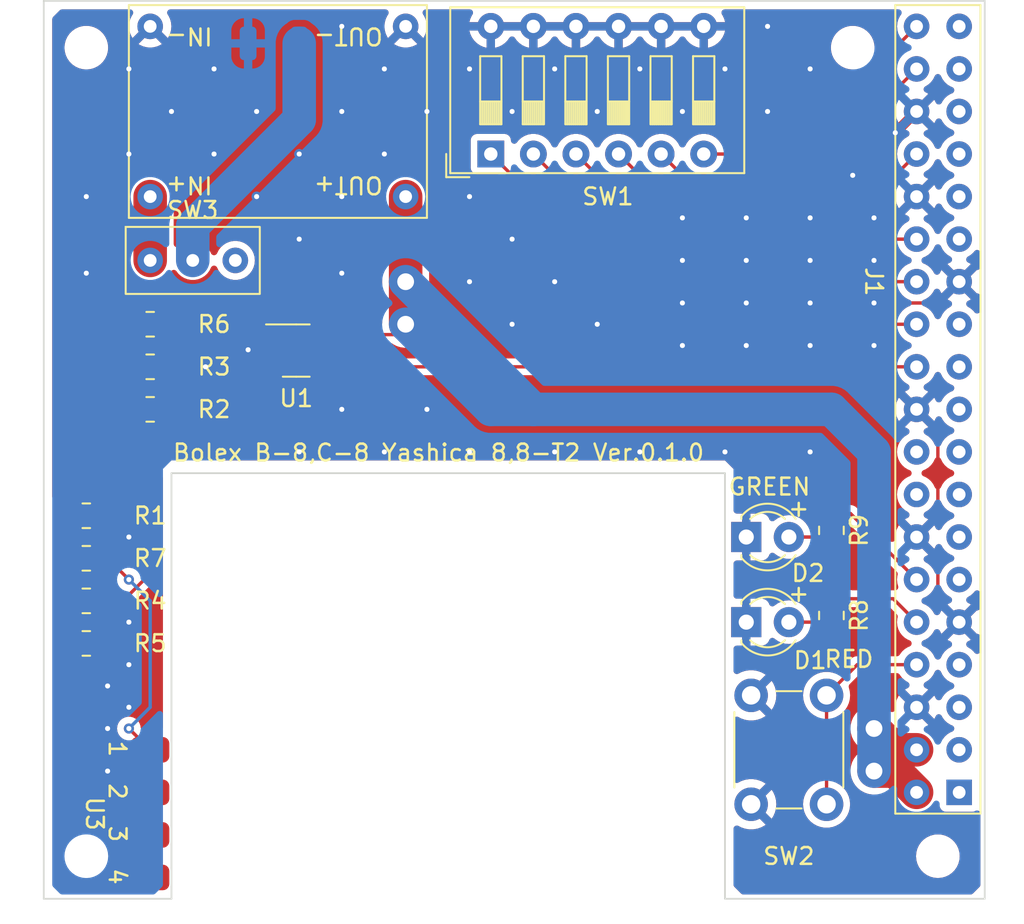
<source format=kicad_pcb>
(kicad_pcb (version 20221018) (generator pcbnew)
  (layers (0 "F.Cu" signal) (31 "B.Cu" signal) (34 "B.Paste" user) (35 "F.Paste" user) (36 "B.SilkS" user "B.Silkscreen") (37 "F.SilkS" user "F.Silkscreen") (38 "B.Mask" user) (39 "F.Mask" user) (44 "Edge.Cuts" user))
  (net 0 "")
  (net 1 "GND")
  (net 2 "Net-(D1-A)")
  (net 3 "Net-(D2-A)")
  (net 5 "+5V")
  (net 15 "Net-(J1-GPIO25)")
  (net 17 "Net-(J1-~{CE0}{slash}GPIO8)")
  (net 18 "Net-(J1-~{CE1}{slash}GPIO7)")
  (net 20 "Net-(J1-ID_SC{slash}GPIO1)")
  (net 23 "Net-(J1-PWM0{slash}GPIO12)")
  (net 26 "Net-(J1-GPIO16)")
  (net 28 "Net-(J1-GPIO20{slash}MOSI1)")
  (net 29 "Net-(U1-+)")
  (net 30 "Net-(R4-Pad1)")
  (net 31 "Net-(U1--)")
  (net 32 "Net-(U3-A)")
  (net 33 "+9V")
  (net 34 "Net-(J1-GPIO14{slash}TXD)")
  (net 35 "Net-(J1-GPIO15{slash}RXD)")
  (net 36 "Net-(J1-GPIO18{slash}PWM0)")
  (net 39 "Net-(U2-IN+)")
  (footprint "Crockwork_Cinecamera:slide_switch" (layer "F.Cu") (at 110.49 90.17)
    (fp_text reference "SW3" (at 0 -3 unlocked) (layer "F.SilkS"))
    (fp_text value "SS-012D0")
    (fp_rect (start -4 -2) (end 4 2) (stroke (width 0.12)) (fill none) (layer "F.SilkS"))
    (pad "1" thru_hole circle (at -2.54 0) (size 1.524 1.524) (drill 0.762) (layers "*.Cu" "*.Mask") (net 39 "Net-(U2-IN+)"))
    (pad "2" thru_hole circle (at 0 0) (size 1.524 1.524) (drill 0.762) (layers "*.Cu" "*.Mask") (net 33 "+9V"))
    (pad "3" thru_hole circle (at 2.54 0) (size 1.524 1.524) (drill 0.762) (layers "*.Cu" "*.Mask"))
  )
  (footprint "LED_THT:LED_D3.0mm" (layer "F.Cu") (at 143.51 106.68)
    (fp_text reference "D2" (at 3.683 2.159) (layer "F.SilkS"))
    (fp_text value "LED GREEN" hide)
    (fp_line (start -0.29 -1.236) (end -0.29 -1.08) (stroke (width 0.12)) (layer "F.SilkS"))
    (fp_line (start -0.29 1.08) (end -0.29 1.236) (stroke (width 0.12)) (layer "F.SilkS"))
    (fp_arc (start -0.29 -1.235516) (mid 1.366487 -1.987659) (end 2.942335 -1.078608) (stroke (width 0.12)) (layer "F.SilkS"))
    (fp_arc (start 0.229039 -1.08) (mid 1.270117 -1.5) (end 2.31113 -1.079837) (stroke (width 0.12)) (layer "F.SilkS"))
    (fp_arc (start 2.31113 1.079837) (mid 1.270117 1.5) (end 0.229039 1.08) (stroke (width 0.12)) (layer "F.SilkS"))
    (fp_arc (start 2.942335 1.078608) (mid 1.366487 1.987659) (end -0.29 1.235516) (stroke (width 0.12)) (layer "F.SilkS"))
    (pad "1" thru_hole rect (at 0 0) (size 1.8 1.8) (drill 0.9) (layers "*.Cu" "*.Mask") (net 1 "GND"))
    (pad "2" thru_hole circle (at 2.54 0) (size 1.8 1.8) (drill 0.9) (layers "*.Cu" "*.Mask") (net 3 "Net-(D2-A)"))
  )
  (footprint "Button_Switch_THT:SW_PUSH_6mm" (layer "F.Cu") (at 143.8 122.63 90)
    (fp_text reference "SW2" (at -3.1 2.25 180) (layer "F.SilkS"))
    (fp_text value "SW_shutdown")
    (fp_line (start -0.25 1.5) (end -0.25 3) (stroke (width 0.12)) (layer "F.SilkS"))
    (fp_line (start 1 5.5) (end 5.5 5.5) (stroke (width 0.12)) (layer "F.SilkS"))
    (fp_line (start 5.5 -1) (end 1 -1) (stroke (width 0.12)) (layer "F.SilkS"))
    (fp_line (start 6.75 3) (end 6.75 1.5) (stroke (width 0.12)) (layer "F.SilkS"))
    (pad "1" thru_hole circle (at 0 0 180) (size 2 2) (drill 1.1) (layers "*.Cu" "*.Mask") (net 1 "GND"))
    (pad "1" thru_hole circle (at 6.5 0 180) (size 2 2) (drill 1.1) (layers "*.Cu" "*.Mask") (net 1 "GND"))
    (pad "2" thru_hole circle (at 0 4.5 180) (size 2 2) (drill 1.1) (layers "*.Cu" "*.Mask") (net 34 "Net-(J1-GPIO14{slash}TXD)"))
    (pad "2" thru_hole circle (at 6.5 4.5 180) (size 2 2) (drill 1.1) (layers "*.Cu" "*.Mask") (net 34 "Net-(J1-GPIO14{slash}TXD)"))
  )
  (footprint "Resistor_SMD:R_0805_2012Metric_Pad1.20x1.40mm_HandSolder" (layer "F.Cu") (at 104.14 113.03)
    (fp_text reference "R5" (at 3.81 0) (layer "F.SilkS"))
    (fp_text value "2k")
    (fp_line (start -0.227064 -0.735) (end 0.227064 -0.735) (stroke (width 0.12)) (layer "F.SilkS"))
    (fp_line (start -0.227064 0.735) (end 0.227064 0.735) (stroke (width 0.12)) (layer "F.SilkS"))
    (pad "1" smd roundrect (at -1 0) (size 1.2 1.4) (layers "F.Cu" "F.Paste" "F.Mask") (roundrect_rratio 0.2083333333) (net 30 "Net-(R4-Pad1)"))
    (pad "2" smd roundrect (at 1 0) (size 1.2 1.4) (layers "F.Cu" "F.Paste" "F.Mask") (roundrect_rratio 0.2083333333) (net 1 "GND"))
  )
  (footprint "Resistor_SMD:R_0805_2012Metric_Pad1.20x1.40mm_HandSolder" (layer "F.Cu") (at 104.14 107.95)
    (fp_text reference "R7" (at 3.81 0) (layer "F.SilkS"))
    (fp_text value "220")
    (fp_line (start -0.227064 -0.735) (end 0.227064 -0.735) (stroke (width 0.12)) (layer "F.SilkS"))
    (fp_line (start -0.227064 0.735) (end 0.227064 0.735) (stroke (width 0.12)) (layer "F.SilkS"))
    (pad "1" smd roundrect (at -1 0) (size 1.2 1.4) (layers "F.Cu" "F.Paste" "F.Mask") (roundrect_rratio 0.2083333333) (net 5 "+5V"))
    (pad "2" smd roundrect (at 1 0) (size 1.2 1.4) (layers "F.Cu" "F.Paste" "F.Mask") (roundrect_rratio 0.2083333333) (net 32 "Net-(U3-A)"))
  )
  (footprint "Package_TO_SOT_SMD:SOT-23-5" (layer "F.Cu") (at 116.6625 95.55)
    (fp_text reference "U1" (at 0 2.855) (layer "F.SilkS"))
    (fp_text value "LM397")
    (fp_line (start 0 -1.56) (end -1.8 -1.56) (stroke (width 0.12)) (layer "F.SilkS"))
    (fp_line (start 0 -1.56) (end 0.8 -1.56) (stroke (width 0.12)) (layer "F.SilkS"))
    (fp_line (start 0 1.56) (end -0.8 1.56) (stroke (width 0.12)) (layer "F.SilkS"))
    (fp_line (start 0 1.56) (end 0.8 1.56) (stroke (width 0.12)) (layer "F.SilkS"))
    (pad "1" smd roundrect (at -1.1375 -0.95) (size 1.325 0.6) (layers "F.Cu" "F.Paste" "F.Mask") (net 31 "Net-(U1--)"))
    (pad "2" smd roundrect (at -1.1375 0) (size 1.325 0.6) (layers "F.Cu" "F.Paste" "F.Mask") (net 1 "GND"))
    (pad "3" smd roundrect (at -1.1375 0.95) (size 1.325 0.6) (layers "F.Cu" "F.Paste" "F.Mask") (net 29 "Net-(U1-+)"))
    (pad "4" smd roundrect (at 1.1375 0.95) (size 1.325 0.6) (layers "F.Cu" "F.Paste" "F.Mask") (net 15 "Net-(J1-GPIO25)"))
    (pad "5" smd roundrect (at 1.1375 -0.95) (size 1.325 0.6) (layers "F.Cu" "F.Paste" "F.Mask") (net 5 "+5V"))
  )
  (footprint "MountingHole:MountingHole_2.1mm" (layer "F.Cu") (at 154.94 125.73)
    (fp_text reference "H3" hide)
    (fp_text value "MountingHole")
    (pad "" np_thru_hole circle (at 0 0) (size 2.1 2.1) (drill 2.1) (layers "*.Cu" "*.Mask"))
  )
  (footprint "Crockwork_Cinecamera:raspberry Pi socket 2x19" (layer "F.Cu") (at 156.21 121.92 180)
    (fp_text reference "J1" (at 5.08 30.48 270 unlocked) (layer "F.SilkS"))
    (fp_text value "Raspberry_Pi_zero2W")
    (fp_line (start -1.27 -1.27) (end -1.27 46.99) (stroke (width 0.12)) (layer "F.SilkS"))
    (fp_line (start 3.81 -1.27) (end -1.27 -1.27) (stroke (width 0.12)) (layer "F.SilkS"))
    (fp_line (start 3.81 -1.27) (end 3.81 46.99) (stroke (width 0.12)) (layer "F.SilkS"))
    (fp_line (start 3.81 46.99) (end -1.27 46.99) (stroke (width 0.12)) (layer "F.SilkS"))
    (pad "1" thru_hole rect (at 0 0 180) (size 1.524 1.524) (drill 0.762) (layers "*.Cu" "*.Mask"))
    (pad "2" thru_hole circle (at 2.54 0 180) (size 1.524 1.524) (drill 0.762) (layers "*.Cu" "*.Mask") (net 5 "+5V"))
    (pad "3" thru_hole circle (at 0 2.54 180) (size 1.524 1.524) (drill 0.762) (layers "*.Cu" "*.Mask"))
    (pad "4" thru_hole circle (at 2.54 2.54 180) (size 1.524 1.524) (drill 0.762) (layers "*.Cu" "*.Mask") (net 5 "+5V"))
    (pad "5" thru_hole circle (at 0 5.08 180) (size 1.524 1.524) (drill 0.762) (layers "*.Cu" "*.Mask"))
    (pad "6" thru_hole circle (at 2.54 5.08 180) (size 1.524 1.524) (drill 0.762) (layers "*.Cu" "*.Mask") (net 1 "GND"))
    (pad "7" thru_hole circle (at 0 7.62 180) (size 1.524 1.524) (drill 0.762) (layers "*.Cu" "*.Mask"))
    (pad "8" thru_hole circle (at 2.54 7.62 180) (size 1.524 1.524) (drill 0.762) (layers "*.Cu" "*.Mask") (net 34 "Net-(J1-GPIO14{slash}TXD)"))
    (pad "9" thru_hole circle (at 0 10.16 180) (size 1.524 1.524) (drill 0.762) (layers "*.Cu" "*.Mask") (net 1 "GND"))
    (pad "10" thru_hole circle (at 2.54 10.16 180) (size 1.524 1.524) (drill 0.762) (layers "*.Cu" "*.Mask") (net 35 "Net-(J1-GPIO15{slash}RXD)"))
    (pad "11" thru_hole circle (at 0 12.7 180) (size 1.524 1.524) (drill 0.762) (layers "*.Cu" "*.Mask"))
    (pad "12" thru_hole circle (at 2.54 12.7 180) (size 1.524 1.524) (drill 0.762) (layers "*.Cu" "*.Mask") (net 36 "Net-(J1-GPIO18{slash}PWM0)"))
    (pad "13" thru_hole circle (at 0 15.24 180) (size 1.524 1.524) (drill 0.762) (layers "*.Cu" "*.Mask"))
    (pad "14" thru_hole circle (at 2.54 15.24 180) (size 1.524 1.524) (drill 0.762) (layers "*.Cu" "*.Mask") (net 1 "GND"))
    (pad "15" thru_hole circle (at 0 17.78 180) (size 1.524 1.524) (drill 0.762) (layers "*.Cu" "*.Mask"))
    (pad "16" thru_hole circle (at 2.54 17.78 180) (size 1.524 1.524) (drill 0.762) (layers "*.Cu" "*.Mask"))
    (pad "17" thru_hole circle (at 0 20.32 180) (size 1.524 1.524) (drill 0.762) (layers "*.Cu" "*.Mask"))
    (pad "18" thru_hole circle (at 2.54 20.32 180) (size 1.524 1.524) (drill 0.762) (layers "*.Cu" "*.Mask"))
    (pad "19" thru_hole circle (at 0 22.86 180) (size 1.524 1.524) (drill 0.762) (layers "*.Cu" "*.Mask"))
    (pad "20" thru_hole circle (at 2.54 22.86 180) (size 1.524 1.524) (drill 0.762) (layers "*.Cu" "*.Mask") (net 1 "GND"))
    (pad "21" thru_hole circle (at 0 25.4 180) (size 1.524 1.524) (drill 0.762) (layers "*.Cu" "*.Mask"))
    (pad "22" thru_hole circle (at 2.54 25.4 180) (size 1.524 1.524) (drill 0.762) (layers "*.Cu" "*.Mask") (net 15 "Net-(J1-GPIO25)"))
    (pad "23" thru_hole circle (at 0 27.94 180) (size 1.524 1.524) (drill 0.762) (layers "*.Cu" "*.Mask"))
    (pad "24" thru_hole circle (at 2.54 27.94 180) (size 1.524 1.524) (drill 0.762) (layers "*.Cu" "*.Mask") (net 17 "Net-(J1-~{CE0}{slash}GPIO8)"))
    (pad "25" thru_hole circle (at 0 30.48 180) (size 1.524 1.524) (drill 0.762) (layers "*.Cu" "*.Mask") (net 1 "GND"))
    (pad "26" thru_hole circle (at 2.54 30.48 180) (size 1.524 1.524) (drill 0.762) (layers "*.Cu" "*.Mask") (net 18 "Net-(J1-~{CE1}{slash}GPIO7)"))
    (pad "27" thru_hole circle (at 0 33.02 180) (size 1.524 1.524) (drill 0.762) (layers "*.Cu" "*.Mask"))
    (pad "28" thru_hole circle (at 2.54 33.02 180) (size 1.524 1.524) (drill 0.762) (layers "*.Cu" "*.Mask") (net 20 "Net-(J1-ID_SC{slash}GPIO1)"))
    (pad "29" thru_hole circle (at 0 35.56 180) (size 1.524 1.524) (drill 0.762) (layers "*.Cu" "*.Mask"))
    (pad "30" thru_hole circle (at 2.54 35.56 180) (size 1.524 1.524) (drill 0.762) (layers "*.Cu" "*.Mask") (net 1 "GND"))
    (pad "31" thru_hole circle (at 0 38.1 180) (size 1.524 1.524) (drill 0.762) (layers "*.Cu" "*.Mask"))
    (pad "32" thru_hole circle (at 2.54 38.1 180) (size 1.524 1.524) (drill 0.762) (layers "*.Cu" "*.Mask") (net 23 "Net-(J1-PWM0{slash}GPIO12)"))
    (pad "33" thru_hole circle (at 0 40.64 180) (size 1.524 1.524) (drill 0.762) (layers "*.Cu" "*.Mask"))
    (pad "34" thru_hole circle (at 2.54 40.64 180) (size 1.524 1.524) (drill 0.762) (layers "*.Cu" "*.Mask") (net 1 "GND"))
    (pad "35" thru_hole circle (at 0 43.18 180) (size 1.524 1.524) (drill 0.762) (layers "*.Cu" "*.Mask"))
    (pad "36" thru_hole circle (at 2.54 43.18 180) (size 1.524 1.524) (drill 0.762) (layers "*.Cu" "*.Mask") (net 26 "Net-(J1-GPIO16)"))
    (pad "37" thru_hole circle (at 0 45.72 180) (size 1.524 1.524) (drill 0.762) (layers "*.Cu" "*.Mask"))
    (pad "38" thru_hole circle (at 2.54 45.72 180) (size 1.524 1.524) (drill 0.762) (layers "*.Cu" "*.Mask") (net 28 "Net-(J1-GPIO20{slash}MOSI1)"))
  )
  (footprint "MountingHole:MountingHole_2.1mm" (layer "F.Cu") (at 149.86 77.47)
    (fp_text reference "H4" hide)
    (fp_text value "MountingHole")
    (pad "" np_thru_hole circle (at 0 0) (size 2.1 2.1) (drill 2.1) (layers "*.Cu" "*.Mask"))
  )
  (footprint "Resistor_SMD:R_0805_2012Metric_Pad1.20x1.40mm_HandSolder" (layer "F.Cu") (at 107.95 99.06)
    (fp_text reference "R2" (at 3.81 0) (layer "F.SilkS"))
    (fp_text value "1k")
    (fp_line (start -0.227064 -0.735) (end 0.227064 -0.735) (stroke (width 0.12)) (layer "F.SilkS"))
    (fp_line (start -0.227064 0.735) (end 0.227064 0.735) (stroke (width 0.12)) (layer "F.SilkS"))
    (pad "1" smd roundrect (at -1 0) (size 1.2 1.4) (layers "F.Cu" "F.Paste" "F.Mask") (roundrect_rratio 0.2083333333) (net 29 "Net-(U1-+)"))
    (pad "2" smd roundrect (at 1 0) (size 1.2 1.4) (layers "F.Cu" "F.Paste" "F.Mask") (roundrect_rratio 0.2083333333) (net 1 "GND"))
  )
  (footprint "Crockwork_Cinecamera:MP2307 DC-DC Board" (layer "F.Cu") (at 107.95 86.36 90)
    (fp_text reference "U2" hide)
    (fp_text value "~")
    (fp_text user "OUT+" (at 1.27 13.97 180 unlocked) (layer "F.SilkS") (effects (justify left bottom)))
    (fp_text user "IN-" (at 10.16 3.81 180 unlocked) (layer "F.SilkS") (effects (justify left bottom)))
    (fp_text user "IN+" (at 1.27 3.81 180 unlocked) (layer "F.SilkS") (effects (justify left bottom)))
    (fp_text user "OUT-" (at 10.16 13.97 180 unlocked) (layer "F.SilkS") (effects (justify left bottom)))
    (fp_line (start -1.27 -1.27) (end 11.43 -1.27) (stroke (width 0.12)) (layer "F.SilkS"))
    (fp_line (start -1.27 16.51) (end -1.27 -1.27) (stroke (width 0.12)) (layer "F.SilkS"))
    (fp_line (start 11.43 -1.27) (end 11.43 16.51) (stroke (width 0.12)) (layer "F.SilkS"))
    (fp_line (start 11.43 16.51) (end -1.27 16.51) (stroke (width 0.12)) (layer "F.SilkS"))
    (pad "1" thru_hole circle (at 0 0 90) (size 1.524 1.524) (drill 0.762) (layers "*.Cu" "*.Mask") (net 39 "Net-(U2-IN+)"))
    (pad "2" thru_hole circle (at 10.16 0 90) (size 1.524 1.524) (drill 0.762) (layers "*.Cu" "*.Mask") (net 1 "GND"))
    (pad "3" thru_hole circle (at 0 15.24 90) (size 1.524 1.524) (drill 0.762) (layers "*.Cu" "*.Mask") (net 5 "+5V"))
    (pad "4" thru_hole circle (at 10.16 15.24 90) (size 1.524 1.524) (drill 0.762) (layers "*.Cu" "*.Mask") (net 1 "GND"))
  )
  (footprint "LED_THT:LED_D3.0mm" (layer "F.Cu") (at 143.51 111.76)
    (fp_text reference "D1" (at 3.81 2.286) (layer "F.SilkS"))
    (fp_text value "LED RED" hide)
    (fp_line (start -0.29 -1.236) (end -0.29 -1.08) (stroke (width 0.12)) (layer "F.SilkS"))
    (fp_line (start -0.29 1.08) (end -0.29 1.236) (stroke (width 0.12)) (layer "F.SilkS"))
    (fp_arc (start -0.29 -1.235516) (mid 1.366487 -1.987659) (end 2.942335 -1.078608) (stroke (width 0.12)) (layer "F.SilkS"))
    (fp_arc (start 0.229039 -1.08) (mid 1.270117 -1.5) (end 2.31113 -1.079837) (stroke (width 0.12)) (layer "F.SilkS"))
    (fp_arc (start 2.31113 1.079837) (mid 1.270117 1.5) (end 0.229039 1.08) (stroke (width 0.12)) (layer "F.SilkS"))
    (fp_arc (start 2.942335 1.078608) (mid 1.366487 1.987659) (end -0.29 1.235516) (stroke (width 0.12)) (layer "F.SilkS"))
    (pad "1" thru_hole rect (at 0 0) (size 1.8 1.8) (drill 0.9) (layers "*.Cu" "*.Mask") (net 1 "GND"))
    (pad "2" thru_hole circle (at 2.54 0) (size 1.8 1.8) (drill 0.9) (layers "*.Cu" "*.Mask") (net 2 "Net-(D1-A)"))
  )
  (footprint "Resistor_SMD:R_0805_2012Metric_Pad1.20x1.40mm_HandSolder" (layer "F.Cu") (at 104.14 105.41)
    (fp_text reference "R1" (at 3.81 0) (layer "F.SilkS"))
    (fp_text value "36k")
    (fp_line (start -0.227064 -0.735) (end 0.227064 -0.735) (stroke (width 0.12)) (layer "F.SilkS"))
    (fp_line (start -0.227064 0.735) (end 0.227064 0.735) (stroke (width 0.12)) (layer "F.SilkS"))
    (pad "1" smd roundrect (at -1 0) (size 1.2 1.4) (layers "F.Cu" "F.Paste" "F.Mask") (roundrect_rratio 0.2083333333) (net 5 "+5V"))
    (pad "2" smd roundrect (at 1 0) (size 1.2 1.4) (layers "F.Cu" "F.Paste" "F.Mask") (roundrect_rratio 0.2083333333) (net 29 "Net-(U1-+)"))
  )
  (footprint "Resistor_SMD:R_0805_2012Metric_Pad1.20x1.40mm_HandSolder" (layer "F.Cu") (at 148.59 111.363 -90)
    (fp_text reference "R8" (at 0 -1.65 90) (layer "F.SilkS"))
    (fp_text value "1k")
    (fp_line (start -0.227064 -0.735) (end 0.227064 -0.735) (stroke (width 0.12)) (layer "F.SilkS"))
    (fp_line (start -0.227064 0.735) (end 0.227064 0.735) (stroke (width 0.12)) (layer "F.SilkS"))
    (pad "1" smd roundrect (at -1 0 270) (size 1.2 1.4) (layers "F.Cu" "F.Paste" "F.Mask") (roundrect_rratio 0.2083333333) (net 35 "Net-(J1-GPIO15{slash}RXD)"))
    (pad "2" smd roundrect (at 1 0 270) (size 1.2 1.4) (layers "F.Cu" "F.Paste" "F.Mask") (roundrect_rratio 0.2083333333) (net 2 "Net-(D1-A)"))
  )
  (footprint "Button_Switch_THT:SW_DIP_SPSTx06_Slide_9.78x17.42mm_W7.62mm_P2.54mm" (layer "F.Cu") (at 128.27 83.82 90)
    (fp_text reference "SW1" (at -2.54 6.985 180) (layer "F.SilkS"))
    (fp_text value "SW_DIP_x06")
    (fp_line (start -1.38 -2.66) (end -1.38 -1.277) (stroke (width 0.12)) (layer "F.SilkS"))
    (fp_line (start -1.38 -2.66) (end 0.004 -2.66) (stroke (width 0.12)) (layer "F.SilkS"))
    (fp_line (start -1.14 -2.42) (end -1.14 15.12) (stroke (width 0.12)) (layer "F.SilkS"))
    (fp_line (start -1.14 -2.42) (end 8.76 -2.42) (stroke (width 0.12)) (layer "F.SilkS"))
    (fp_line (start -1.14 15.12) (end 8.76 15.12) (stroke (width 0.12)) (layer "F.SilkS"))
    (fp_line (start 1.78 -0.635) (end 1.78 0.635) (stroke (width 0.12)) (layer "F.SilkS"))
    (fp_line (start 1.78 -0.515) (end 3.133333 -0.515) (stroke (width 0.12)) (layer "F.SilkS"))
    (fp_line (start 1.78 -0.395) (end 3.133333 -0.395) (stroke (width 0.12)) (layer "F.SilkS"))
    (fp_line (start 1.78 -0.275) (end 3.133333 -0.275) (stroke (width 0.12)) (layer "F.SilkS"))
    (fp_line (start 1.78 -0.155) (end 3.133333 -0.155) (stroke (width 0.12)) (layer "F.SilkS"))
    (fp_line (start 1.78 -0.035) (end 3.133333 -0.035) (stroke (width 0.12)) (layer "F.SilkS"))
    (fp_line (start 1.78 0.085) (end 3.133333 0.085) (stroke (width 0.12)) (layer "F.SilkS"))
    (fp_line (start 1.78 0.205) (end 3.133333 0.205) (stroke (width 0.12)) (layer "F.SilkS"))
    (fp_line (start 1.78 0.325) (end 3.133333 0.325) (stroke (width 0.12)) (layer "F.SilkS"))
    (fp_line (start 1.78 0.445) (end 3.133333 0.445) (stroke (width 0.12)) (layer "F.SilkS"))
    (fp_line (start 1.78 0.565) (end 3.133333 0.565) (stroke (width 0.12)) (layer "F.SilkS"))
    (fp_line (start 1.78 0.635) (end 5.84 0.635) (stroke (width 0.12)) (layer "F.SilkS"))
    (fp_line (start 1.78 1.905) (end 1.78 3.175) (stroke (width 0.12)) (layer "F.SilkS"))
    (fp_line (start 1.78 2.025) (end 3.133333 2.025) (stroke (width 0.12)) (layer "F.SilkS"))
    (fp_line (start 1.78 2.145) (end 3.133333 2.145) (stroke (width 0.12)) (layer "F.SilkS"))
    (fp_line (start 1.78 2.265) (end 3.133333 2.265) (stroke (width 0.12)) (layer "F.SilkS"))
    (fp_line (start 1.78 2.385) (end 3.133333 2.385) (stroke (width 0.12)) (layer "F.SilkS"))
    (fp_line (start 1.78 2.505) (end 3.133333 2.505) (stroke (width 0.12)) (layer "F.SilkS"))
    (fp_line (start 1.78 2.625) (end 3.133333 2.625) (stroke (width 0.12)) (layer "F.SilkS"))
    (fp_line (start 1.78 2.745) (end 3.133333 2.745) (stroke (width 0.12)) (layer "F.SilkS"))
    (fp_line (start 1.78 2.865) (end 3.133333 2.865) (stroke (width 0.12)) (layer "F.SilkS"))
    (fp_line (start 1.78 2.985) (end 3.133333 2.985) (stroke (width 0.12)) (layer "F.SilkS"))
    (fp_line (start 1.78 3.105) (end 3.133333 3.105) (stroke (width 0.12)) (layer "F.SilkS"))
    (fp_line (start 1.78 3.175) (end 5.84 3.175) (stroke (width 0.12)) (layer "F.SilkS"))
    (fp_line (start 1.78 4.445) (end 1.78 5.715) (stroke (width 0.12)) (layer "F.SilkS"))
    (fp_line (start 1.78 4.565) (end 3.133333 4.565) (stroke (width 0.12)) (layer "F.SilkS"))
    (fp_line (start 1.78 4.685) (end 3.133333 4.685) (stroke (width 0.12)) (layer "F.SilkS"))
    (fp_line (start 1.78 4.805) (end 3.133333 4.805) (stroke (width 0.12)) (layer "F.SilkS"))
    (fp_line (start 1.78 4.925) (end 3.133333 4.925) (stroke (width 0.12)) (layer "F.SilkS"))
    (fp_line (start 1.78 5.045) (end 3.133333 5.045) (stroke (width 0.12)) (layer "F.SilkS"))
    (fp_line (start 1.78 5.165) (end 3.133333 5.165) (stroke (width 0.12)) (layer "F.SilkS"))
    (fp_line (start 1.78 5.285) (end 3.133333 5.285) (stroke (width 0.12)) (layer "F.SilkS"))
    (fp_line (start 1.78 5.405) (end 3.133333 5.405) (stroke (width 0.12)) (layer "F.SilkS"))
    (fp_line (start 1.78 5.525) (end 3.133333 5.525) (stroke (width 0.12)) (layer "F.SilkS"))
    (fp_line (start 1.78 5.645) (end 3.133333 5.645) (stroke (width 0.12)) (layer "F.SilkS"))
    (fp_line (start 1.78 5.715) (end 5.84 5.715) (stroke (width 0.12)) (layer "F.SilkS"))
    (fp_line (start 1.78 6.985) (end 1.78 8.255) (stroke (width 0.12)) (layer "F.SilkS"))
    (fp_line (start 1.78 7.105) (end 3.133333 7.105) (stroke (width 0.12)) (layer "F.SilkS"))
    (fp_line (start 1.78 7.225) (end 3.133333 7.225) (stroke (width 0.12)) (layer "F.SilkS"))
    (fp_line (start 1.78 7.345) (end 3.133333 7.345) (stroke (width 0.12)) (layer "F.SilkS"))
    (fp_line (start 1.78 7.465) (end 3.133333 7.465) (stroke (width 0.12)) (layer "F.SilkS"))
    (fp_line (start 1.78 7.585) (end 3.133333 7.585) (stroke (width 0.12)) (layer "F.SilkS"))
    (fp_line (start 1.78 7.705) (end 3.133333 7.705) (stroke (width 0.12)) (layer "F.SilkS"))
    (fp_line (start 1.78 7.825) (end 3.133333 7.825) (stroke (width 0.12)) (layer "F.SilkS"))
    (fp_line (start 1.78 7.945) (end 3.133333 7.945) (stroke (width 0.12)) (layer "F.SilkS"))
    (fp_line (start 1.78 8.065) (end 3.133333 8.065) (stroke (width 0.12)) (layer "F.SilkS"))
    (fp_line (start 1.78 8.185) (end 3.133333 8.185) (stroke (width 0.12)) (layer "F.SilkS"))
    (fp_line (start 1.78 8.255) (end 5.84 8.255) (stroke (width 0.12)) (layer "F.SilkS"))
    (fp_line (start 1.78 9.525) (end 1.78 10.795) (stroke (width 0.12)) (layer "F.SilkS"))
    (fp_line (start 1.78 9.645) (end 3.133333 9.645) (stroke (width 0.12)) (layer "F.SilkS"))
    (fp_line (start 1.78 9.765) (end 3.133333 9.765) (stroke (width 0.12)) (layer "F.SilkS"))
    (fp_line (start 1.78 9.885) (end 3.133333 9.885) (stroke (width 0.12)) (layer "F.SilkS"))
    (fp_line (start 1.78 10.005) (end 3.133333 10.005) (stroke (width 0.12)) (layer "F.SilkS"))
    (fp_line (start 1.78 10.125) (end 3.133333 10.125) (stroke (width 0.12)) (layer "F.SilkS"))
    (fp_line (start 1.78 10.245) (end 3.133333 10.245) (stroke (width 0.12)) (layer "F.SilkS"))
    (fp_line (start 1.78 10.365) (end 3.133333 10.365) (stroke (width 0.12)) (layer "F.SilkS"))
    (fp_line (start 1.78 10.485) (end 3.133333 10.485) (stroke (width 0.12)) (layer "F.SilkS"))
    (fp_line (start 1.78 10.605) (end 3.133333 10.605) (stroke (width 0.12)) (layer "F.SilkS"))
    (fp_line (start 1.78 10.725) (end 3.133333 10.725) (stroke (width 0.12)) (layer "F.SilkS"))
    (fp_line (start 1.78 10.795) (end 5.84 10.795) (stroke (width 0.12)) (layer "F.SilkS"))
    (fp_line (start 1.78 12.065) (end 1.78 13.335) (stroke (width 0.12)) (layer "F.SilkS"))
    (fp_line (start 1.78 12.185) (end 3.133333 12.185) (stroke (width 0.12)) (layer "F.SilkS"))
    (fp_line (start 1.78 12.305) (end 3.133333 12.305) (stroke (width 0.12)) (layer "F.SilkS"))
    (fp_line (start 1.78 12.425) (end 3.133333 12.425) (stroke (width 0.12)) (layer "F.SilkS"))
    (fp_line (start 1.78 12.545) (end 3.133333 12.545) (stroke (width 0.12)) (layer "F.SilkS"))
    (fp_line (start 1.78 12.665) (end 3.133333 12.665) (stroke (width 0.12)) (layer "F.SilkS"))
    (fp_line (start 1.78 12.785) (end 3.133333 12.785) (stroke (width 0.12)) (layer "F.SilkS"))
    (fp_line (start 1.78 12.905) (end 3.133333 12.905) (stroke (width 0.12)) (layer "F.SilkS"))
    (fp_line (start 1.78 13.025) (end 3.133333 13.025) (stroke (width 0.12)) (layer "F.SilkS"))
    (fp_line (start 1.78 13.145) (end 3.133333 13.145) (stroke (width 0.12)) (layer "F.SilkS"))
    (fp_line (start 1.78 13.265) (end 3.133333 13.265) (stroke (width 0.12)) (layer "F.SilkS"))
    (fp_line (start 1.78 13.335) (end 5.84 13.335) (stroke (width 0.12)) (layer "F.SilkS"))
    (fp_line (start 3.133333 -0.635) (end 3.133333 0.635) (stroke (width 0.12)) (layer "F.SilkS"))
    (fp_line (start 3.133333 1.905) (end 3.133333 3.175) (stroke (width 0.12)) (layer "F.SilkS"))
    (fp_line (start 3.133333 4.445) (end 3.133333 5.715) (stroke (width 0.12)) (layer "F.SilkS"))
    (fp_line (start 3.133333 6.985) (end 3.133333 8.255) (stroke (width 0.12)) (layer "F.SilkS"))
    (fp_line (start 3.133333 9.525) (end 3.133333 10.795) (stroke (width 0.12)) (layer "F.SilkS"))
    (fp_line (start 3.133333 12.065) (end 3.133333 13.335) (stroke (width 0.12)) (layer "F.SilkS"))
    (fp_line (start 5.84 -0.635) (end 1.78 -0.635) (stroke (width 0.12)) (layer "F.SilkS"))
    (fp_line (start 5.84 0.635) (end 5.84 -0.635) (stroke (width 0.12)) (layer "F.SilkS"))
    (fp_line (start 5.84 1.905) (end 1.78 1.905) (stroke (width 0.12)) (layer "F.SilkS"))
    (fp_line (start 5.84 3.175) (end 5.84 1.905) (stroke (width 0.12)) (layer "F.SilkS"))
    (fp_line (start 5.84 4.445) (end 1.78 4.445) (stroke (width 0.12)) (layer "F.SilkS"))
    (fp_line (start 5.84 5.715) (end 5.84 4.445) (stroke (width 0.12)) (layer "F.SilkS"))
    (fp_line (start 5.84 6.985) (end 1.78 6.985) (stroke (width 0.12)) (layer "F.SilkS"))
    (fp_line (start 5.84 8.255) (end 5.84 6.985) (stroke (width 0.12)) (layer "F.SilkS"))
    (fp_line (start 5.84 9.525) (end 1.78 9.525) (stroke (width 0.12)) (layer "F.SilkS"))
    (fp_line (start 5.84 10.795) (end 5.84 9.525) (stroke (width 0.12)) (layer "F.SilkS"))
    (fp_line (start 5.84 12.065) (end 1.78 12.065) (stroke (width 0.12)) (layer "F.SilkS"))
    (fp_line (start 5.84 13.335) (end 5.84 12.065) (stroke (width 0.12)) (layer "F.SilkS"))
    (fp_line (start 8.76 -2.42) (end 8.76 15.12) (stroke (width 0.12)) (layer "F.SilkS"))
    (pad "1" thru_hole rect (at 0 0 90) (size 1.6 1.6) (drill 0.8) (layers "*.Cu" "*.Mask") (net 17 "Net-(J1-~{CE0}{slash}GPIO8)"))
    (pad "2" thru_hole oval (at 0 2.54 90) (size 1.6 1.6) (drill 0.8) (layers "*.Cu" "*.Mask") (net 18 "Net-(J1-~{CE1}{slash}GPIO7)"))
    (pad "3" thru_hole oval (at 0 5.08 90) (size 1.6 1.6) (drill 0.8) (layers "*.Cu" "*.Mask") (net 20 "Net-(J1-ID_SC{slash}GPIO1)"))
    (pad "4" thru_hole oval (at 0 7.62 90) (size 1.6 1.6) (drill 0.8) (layers "*.Cu" "*.Mask") (net 23 "Net-(J1-PWM0{slash}GPIO12)"))
    (pad "5" thru_hole oval (at 0 10.16 90) (size 1.6 1.6) (drill 0.8) (layers "*.Cu" "*.Mask") (net 26 "Net-(J1-GPIO16)"))
    (pad "6" thru_hole oval (at 0 12.7 90) (size 1.6 1.6) (drill 0.8) (layers "*.Cu" "*.Mask") (net 28 "Net-(J1-GPIO20{slash}MOSI1)"))
    (pad "7" thru_hole oval (at 7.62 12.7 90) (size 1.6 1.6) (drill 0.8) (layers "*.Cu" "*.Mask") (net 1 "GND"))
    (pad "8" thru_hole oval (at 7.62 10.16 90) (size 1.6 1.6) (drill 0.8) (layers "*.Cu" "*.Mask") (net 1 "GND"))
    (pad "9" thru_hole oval (at 7.62 7.62 90) (size 1.6 1.6) (drill 0.8) (layers "*.Cu" "*.Mask") (net 1 "GND"))
    (pad "10" thru_hole oval (at 7.62 5.08 90) (size 1.6 1.6) (drill 0.8) (layers "*.Cu" "*.Mask") (net 1 "GND"))
    (pad "11" thru_hole oval (at 7.62 2.54 90) (size 1.6 1.6) (drill 0.8) (layers "*.Cu" "*.Mask") (net 1 "GND"))
    (pad "12" thru_hole oval (at 7.62 0 90) (size 1.6 1.6) (drill 0.8) (layers "*.Cu" "*.Mask") (net 1 "GND"))
  )
  (footprint "Resistor_SMD:R_0805_2012Metric_Pad1.20x1.40mm_HandSolder" (layer "F.Cu") (at 104.14 110.49)
    (fp_text reference "R4" (at 3.81 0) (layer "F.SilkS"))
    (fp_text value "220")
    (fp_line (start -0.227064 -0.735) (end 0.227064 -0.735) (stroke (width 0.12)) (layer "F.SilkS"))
    (fp_line (start -0.227064 0.735) (end 0.227064 0.735) (stroke (width 0.12)) (layer "F.SilkS"))
    (pad "1" smd roundrect (at -1 0) (size 1.2 1.4) (layers "F.Cu" "F.Paste" "F.Mask") (roundrect_rratio 0.2083333333) (net 30 "Net-(R4-Pad1)"))
    (pad "2" smd roundrect (at 1 0) (size 1.2 1.4) (layers "F.Cu" "F.Paste" "F.Mask") (roundrect_rratio 0.2083333333) (net 31 "Net-(U1--)"))
  )
  (footprint "MountingHole:MountingHole_2.1mm" (layer "F.Cu") (at 104.14 77.47)
    (fp_text reference "H1" hide)
    (fp_text value "MountingHole")
    (pad "" np_thru_hole circle (at 0 0) (size 2.1 2.1) (drill 2.1) (layers "*.Cu" "*.Mask"))
  )
  (footprint "Resistor_SMD:R_0805_2012Metric_Pad1.20x1.40mm_HandSolder" (layer "F.Cu") (at 107.95 93.98)
    (fp_text reference "R6" (at 3.81 0) (layer "F.SilkS"))
    (fp_text value "2k2")
    (fp_line (start -0.227064 -0.735) (end 0.227064 -0.735) (stroke (width 0.12)) (layer "F.SilkS"))
    (fp_line (start -0.227064 0.735) (end 0.227064 0.735) (stroke (width 0.12)) (layer "F.SilkS"))
    (pad "1" smd roundrect (at -1 0) (size 1.2 1.4) (layers "F.Cu" "F.Paste" "F.Mask") (roundrect_rratio 0.2083333333) (net 5 "+5V"))
    (pad "2" smd roundrect (at 1 0) (size 1.2 1.4) (layers "F.Cu" "F.Paste" "F.Mask") (roundrect_rratio 0.2083333333) (net 15 "Net-(J1-GPIO25)"))
  )
  (footprint "Crockwork_Cinecamera:LBR-123F_2" (layer "F.Cu") (at 104.14 123.19 -90)
    (fp_text reference "U3" (at 0 -0.5 -90 unlocked) (layer "F.SilkS"))
    (fp_text value "LBR-123F_2")
    (fp_text user "1" (at -4.445 -1.27 -90 unlocked) (layer "F.SilkS") (effects (justify left bottom)))
    (fp_text user "4" (at 3.175 -1.27 -90 unlocked) (layer "F.SilkS") (effects (justify left bottom)))
    (fp_text user "3" (at 0.635 -1.27 -90 unlocked) (layer "F.SilkS") (effects (justify left bottom)))
    (fp_text user "2" (at -1.905 -1.27 -90 unlocked) (layer "F.SilkS") (effects (justify left bottom)))
    (pad "1" smd roundrect (at -3.81 -3.81) (size 2.286 1.524) (layers "F.Cu" "F.Paste" "F.Mask") (net 32 "Net-(U3-A)"))
    (pad "2" smd roundrect (at -1.27 -3.81) (size 2.286 1.524) (layers "F.Cu" "F.Paste" "F.Mask") (net 1 "GND"))
    (pad "3" smd roundrect (at 1.27 -3.81 180) (size 2.286 1.524) (layers "F.Cu" "F.Paste" "F.Mask") (net 30 "Net-(R4-Pad1)"))
    (pad "4" smd roundrect (at 3.81 -3.81) (size 2.286 1.524) (layers "F.Cu" "F.Paste" "F.Mask") (net 5 "+5V"))
  )
  (footprint "Resistor_SMD:R_0805_2012Metric_Pad1.20x1.40mm_HandSolder" (layer "F.Cu") (at 107.95 96.52)
    (fp_text reference "R3" (at 3.81 0) (layer "F.SilkS"))
    (fp_text value "12k")
    (fp_line (start -0.227064 -0.735) (end 0.227064 -0.735) (stroke (width 0.12)) (layer "F.SilkS"))
    (fp_line (start -0.227064 0.735) (end 0.227064 0.735) (stroke (width 0.12)) (layer "F.SilkS"))
    (pad "1" smd roundrect (at -1 0) (size 1.2 1.4) (layers "F.Cu" "F.Paste" "F.Mask") (roundrect_rratio 0.2083333333) (net 29 "Net-(U1-+)"))
    (pad "2" smd roundrect (at 1 0) (size 1.2 1.4) (layers "F.Cu" "F.Paste" "F.Mask") (roundrect_rratio 0.2083333333) (net 15 "Net-(J1-GPIO25)"))
  )
  (footprint "MountingHole:MountingHole_2.1mm" (layer "F.Cu") (at 104.14 125.73)
    (fp_text reference "H2" hide)
    (fp_text value "MountingHole" hide)
    (pad "" np_thru_hole circle (at 0 0) (size 2.1 2.1) (drill 2.1) (layers "*.Cu" "*.Mask"))
  )
  (footprint "Resistor_SMD:R_0805_2012Metric_Pad1.20x1.40mm_HandSolder" (layer "F.Cu") (at 148.59 106.283 -90)
    (fp_text reference "R9" (at 0 -1.65 90) (layer "F.SilkS"))
    (fp_text value "1k")
    (fp_line (start -0.227064 -0.735) (end 0.227064 -0.735) (stroke (width 0.12)) (layer "F.SilkS"))
    (fp_line (start -0.227064 0.735) (end 0.227064 0.735) (stroke (width 0.12)) (layer "F.SilkS"))
    (pad "1" smd roundrect (at -1 0 270) (size 1.2 1.4) (layers "F.Cu" "F.Paste" "F.Mask") (roundrect_rratio 0.2083333333) (net 36 "Net-(J1-GPIO18{slash}PWM0)"))
    (pad "2" smd roundrect (at 1 0 270) (size 1.2 1.4) (layers "F.Cu" "F.Paste" "F.Mask") (roundrect_rratio 0.2083333333) (net 3 "Net-(D2-A)"))
  )
  (footprint "Connector_Wire:SolderWirePad_1x01_SMD_1x2mm" (layer "B.Cu") (at 116.84 77.216 180)
    (fp_text reference "J2" hide)
    (fp_text value "9V")
    (pad "1" smd roundrect (at 0 0 180) (size 1 2) (layers "B.Cu" "B.Paste" "B.Mask") (net 33 "+9V"))
  )
  (footprint "Connector_Wire:SolderWirePad_1x01_SMD_1x2mm" (layer "B.Cu") (at 113.792 77.216 180)
    (fp_text reference "J3" hide)
    (fp_text value "GND")
    (pad "1" smd roundrect (at 0 0 180) (size 1 2) (layers "B.Cu" "B.Paste" "B.Mask") (net 1 "GND"))
  )
  (gr_line (start 142.24 102.87) (end 109.22 102.87) (stroke (width 0.1)) (layer "Edge.Cuts"))
  (gr_line (start 157.734 128.27) (end 142.24 128.27) (stroke (width 0.1)) (layer "Edge.Cuts"))
  (gr_line (start 109.22 102.87) (end 109.22 128.27) (stroke (width 0.1)) (layer "Edge.Cuts"))
  (gr_line (start 101.6 74.93) (end 101.6 74.93) (stroke (width 0.1)) (layer "Edge.Cuts"))
  (gr_line (start 101.6 128.27) (end 101.6 74.676) (stroke (width 0.1)) (layer "Edge.Cuts"))
  (gr_line (start 157.734 74.676) (end 157.734 128.27) (stroke (width 0.1)) (layer "Edge.Cuts"))
  (gr_line (start 101.6 74.676) (end 157.734 74.676) (stroke (width 0.1)) (layer "Edge.Cuts"))
  (gr_line (start 109.22 128.27) (end 101.6 128.27) (stroke (width 0.1)) (layer "Edge.Cuts"))
  (gr_line (start 142.24 128.27) (end 142.24 102.87) (stroke (width 0.1)) (layer "Edge.Cuts"))
  (gr_text "+" (at 145.923 105.537) (layer "F.SilkS") (effects (font (size 1 1)) (justify left bottom)))
  (gr_text "Bolex B-8,C-8 Yashica 8,8-T2 Ver.0.1.0" (at 109.22 102.235) (layer "F.SilkS") (effects (font (size 1 1)) (justify left bottom)))
  (gr_text "+" (at 145.923 110.617) (layer "F.SilkS") (effects (font (size 1 1)) (justify left bottom)))
  (gr_text "RED" (at 148.082 114.554) (layer "F.SilkS") (effects (font (size 1 1)) (justify left bottom)))
  (gr_text "GREEN" (at 142.367 104.267) (layer "F.SilkS") (effects (font (size 1 1)) (justify left bottom)))
  (segment (start 105.14 112.801631) (end 105.14 113.03) (width 0.2) (layer "F.Cu") (net 1))
  (segment (start 156.21 111.76) (end 154.94 110.49) (width 0.2) (layer "F.Cu") (net 1))
  (segment (start 153.67 81.28) (end 152.4 82.55) (width 0.6) (layer "F.Cu") (net 1))
  (segment (start 106.68 121.92) (end 105.41 120.65) (width 0.6) (layer "F.Cu") (net 1))
  (segment (start 107.95 121.92) (end 106.68 121.92) (width 0.6) (layer "F.Cu") (net 1))
  (segment (start 154.94 100.33) (end 153.67 99.06) (width 0.2) (layer "F.Cu") (net 1))
  (segment (start 156.21 91.44) (end 154.94 92.71) (width 0.2) (layer "F.Cu") (net 1))
  (segment (start 154.94 110.49) (end 154.94 107.95) (width 0.2) (layer "F.Cu") (net 1))
  (segment (start 153.67 106.68) (end 154.94 105.41) (width 0.2) (layer "F.Cu") (net 1))
  (segment (start 154.94 92.71) (end 151.13 92.71) (width 0.2) (layer "F.Cu") (net 1))
  (segment (start 154.94 105.41) (end 154.94 100.33) (width 0.2) (layer "F.Cu") (net 1))
  (segment (start 154.94 107.95) (end 153.67 106.68) (width 0.2) (layer "F.Cu") (net 1))
  (via (at 124.46 99.06) (size 0.605) (drill 0.3) (layers "F.Cu" "B.Cu") (net 1))
  (via (at 139.7 92.71) (size 0.605) (drill 0.3) (layers "F.Cu" "B.Cu") (net 1))
  (via (at 104.14 90.932) (size 0.605) (drill 0.3) (layers "F.Cu" "B.Cu") (net 1))
  (via (at 116.84 83.82) (size 0.605) (drill 0.3) (layers "F.Cu" "B.Cu") (net 1))
  (via (at 149.86 85.09) (size 0.605) (drill 0.3) (layers "F.Cu" "B.Cu") (net 1))
  (via (at 104.14 86.36) (size 0.605) (drill 0.3) (layers "F.Cu" "B.Cu") (net 1))
  (via (at 144.78 76.2) (size 0.605) (drill 0.3) (layers "F.Cu" "B.Cu") (net 1))
  (via (at 127 101.6) (size 0.605) (drill 0.3) (layers "F.Cu" "B.Cu") (net 1))
  (via (at 106.68 106.68) (size 0.605) (drill 0.3) (layers "F.Cu" "B.Cu") (net 1))
  (via (at 139.7 90.17) (size 0.605) (drill 0.3) (layers "F.Cu" "B.Cu") (net 1))
  (via (at 106.68 111.76) (size 0.605) (drill 0.3) (layers "F.Cu" "B.Cu") (net 1))
  (via (at 119.38 86.36) (size 0.605) (drill 0.3) (layers "F.Cu" "B.Cu") (net 1))
  (via (at 134.62 81.28) (size 0.605) (drill 0.3) (layers "F.Cu" "B.Cu") (net 1))
  (via (at 106.68 83.82) (size 0.605) (drill 0.3) (layers "F.Cu" "B.Cu") (net 1))
  (via (at 106.68 114.3) (size 0.605) (drill 0.3) (layers "F.Cu" "B.Cu") (net 1))
  (via (at 116.84 88.9) (size 0.605) (drill 0.3) (layers "F.Cu" "B.Cu") (net 1))
  (via (at 121.92 78.74) (size 0.605) (drill 0.3) (layers "F.Cu" "B.Cu") (net 1))
  (via (at 139.7 87.63) (size 0.605) (drill 0.3) (layers "F.Cu" "B.Cu") (net 1))
  (via (at 105.41 115.57) (size 0.605) (drill 0.3) (layers "F.Cu" "B.Cu") (net 1))
  (via (at 143.51 92.71) (size 0.605) (drill 0.3) (layers "F.Cu" "B.Cu") (net 1))
  (via (at 151.13 95.25) (size 0.605) (drill 0.3) (layers "F.Cu" "B.Cu") (net 1))
  (via (at 129.54 93.98) (size 0.605) (drill 0.3) (layers "F.Cu" "B.Cu") (net 1))
  (via (at 127 91.44) (size 0.605) (drill 0.3) (layers "F.Cu" "B.Cu") (net 1))
  (via (at 147.32 87.63) (size 0.605) (drill 0.3) (layers "F.Cu" "B.Cu") (net 1))
  (via (at 129.54 81.28) (size 0.605) (drill 0.3) (layers "F.Cu" "B.Cu") (net 1))
  (via (at 124.46 81.28) (size 0.605) (drill 0.3) (layers "F.Cu" "B.Cu") (net 1))
  (via (at 111.252 96.52) (size 0.605) (drill 0.3) (layers "F.Cu" "B.Cu") (net 1))
  (via (at 105.41 118.11) (size 0.605) (drill 0.3) (layers "F.Cu" "B.Cu") (net 1))
  (via (at 147.32 92.71) (size 0.605) (drill 0.3) (layers "F.Cu" "B.Cu") (net 1))
  (via (at 114.3 86.36) (size 0.605) (drill 0.3) (layers "F.Cu" "B.Cu") (net 1))
  (via (at 111.76 83.82) (size 0.605) (drill 0.3) (layers "F.Cu" "B.Cu") (net 1))
  (via (at 119.38 99.06) (size 0.605) (drill 0.3) (layers "F.Cu" "B.Cu") (net 1))
  (via (at 143.51 87.63) (size 0.605) (drill 0.3) (layers "F.Cu" "B.Cu") (net 1))
  (via (at 147.32 78.74) (size 0.605) (drill 0.3) (layers "F.Cu" "B.Cu") (net 1))
  (via (at 132.08 101.6) (size 0.605) (drill 0.3) (layers "F.Cu" "B.Cu") (net 1))
  (via (at 134.62 93.98) (size 0.605) (drill 0.3) (layers "F.Cu" "B.Cu") (net 1))
  (via (at 121.92 83.82) (size 0.605) (drill 0.3) (layers "F.Cu" "B.Cu") (net 1))
  (via (at 116.84 101.6) (size 0.605) (drill 0.3) (layers "F.Cu" "B.Cu") (net 1))
  (via (at 142.24 101.6) (size 0.605) (drill 0.3) (layers "F.Cu" "B.Cu") (net 1))
  (via (at 114.3 81.28) (size 0.605) (drill 0.3) (layers "F.Cu" "B.Cu") (net 1))
  (via (at 142.24 78.74) (size 0.605) (drill 0.3) (layers "F.Cu" "B.Cu") (net 1))
  (via (at 129.54 88.9) (size 0.605) (drill 0.3) (layers "F.Cu" "B.Cu") (net 1))
  (via (at 151.13 92.71) (size 0.605) (drill 0.3) (layers "F.Cu" "B.Cu") (net 1))
  (via (at 137.16 78.74) (size 0.605) (drill 0.3) (layers "F.Cu" "B.Cu") (net 1))
  (via (at 139.7 95.25) (size 0.605) (drill 0.3) (layers "F.Cu" "B.Cu") (net 1))
  (via (at 109.22 81.28) (size 0.605) (drill 0.3) (layers "F.Cu" "B.Cu") (net 1))
  (via (at 143.51 90.17) (size 0.605) (drill 0.3) (layers "F.Cu" "B.Cu") (net 1))
  (via (at 127 78.74) (size 0.605) (drill 0.3) (layers "F.Cu" "B.Cu") (net 1))
  (via (at 119.38 81.28) (size 0.605) (drill 0.3) (layers "F.Cu" "B.Cu") (net 1))
  (via (at 105.41 120.65) (size 0.605) (drill 0.3) (layers "F.Cu" "B.Cu") (net 1))
  (via (at 106.68 78.74) (size 0.605) (drill 0.3) (layers "F.Cu" "B.Cu") (net 1))
  (via (at 137.16 101.6) (size 0.605) (drill 0.3) (layers "F.Cu" "B.Cu") (net 1))
  (via (at 143.51 95.25) (size 0.605) (drill 0.3) (layers "F.Cu" "B.Cu") (net 1))
  (via (at 127 86.36) (size 0.605) (drill 0.3) (layers "F.Cu" "B.Cu") (net 1))
  (via (at 147.32 101.6) (size 0.605) (drill 0.3) (layers "F.Cu" "B.Cu") (net 1))
  (via (at 152.4 82.55) (size 0.605) (drill 0.3) (layers "F.Cu" "B.Cu") (net 1))
  (via (at 111.76 78.74) (size 0.605) (drill 0.3) (layers "F.Cu" "B.Cu") (net 1))
  (via (at 151.13 90.17) (size 0.605) (drill 0.3) (layers "F.Cu" "B.Cu") (net 1))
  (via (at 119.38 90.932) (size 0.605) (drill 0.3) (layers "F.Cu" "B.Cu") (net 1))
  (via (at 132.08 78.74) (size 0.605) (drill 0.3) (layers "F.Cu" "B.Cu") (net 1))
  (via (at 151.13 87.63) (size 0.605) (drill 0.3) (layers "F.Cu" "B.Cu") (net 1))
  (via (at 113.792 95.504) (size 0.605) (drill 0.3) (layers "F.Cu" "B.Cu") (net 1))
  (via (at 147.32 90.17) (size 0.605) (drill 0.3) (layers "F.Cu" "B.Cu") (net 1))
  (via (at 144.78 81.28) (size 0.605) (drill 0.3) (layers "F.Cu" "B.Cu") (net 1))
  (via (at 106.68 116.84) (size 0.605) (drill 0.3) (layers "F.Cu" "B.Cu") (net 1))
  (via (at 121.92 101.6) (size 0.605) (drill 0.3) (layers "F.Cu" "B.Cu") (net 1))
  (via (at 147.32 95.25) (size 0.605) (drill 0.3) (layers "F.Cu" "B.Cu") (net 1))
  (via (at 132.08 91.44) (size 0.605) (drill 0.3) (layers "F.Cu" "B.Cu") (net 1))
  (via (at 139.7 81.28) (size 0.605) (drill 0.3) (layers "F.Cu" "B.Cu") (net 1))
  (via (at 119.38 76.2) (size 0.605) (drill 0.3) (layers "F.Cu" "B.Cu") (net 1))
  (segment (start 147.987 111.76) (end 148.59 112.363) (width 0.2) (layer "F.Cu") (net 2))
  (segment (start 146.05 111.76) (end 147.987 111.76) (width 0.2) (layer "F.Cu") (net 2))
  (segment (start 146.05 106.68) (end 147.987 106.68) (width 0.2) (layer "F.Cu") (net 3))
  (segment (start 147.987 106.68) (end 148.59 107.283) (width 0.2) (layer "F.Cu") (net 3))
  (segment (start 102.574972 109.5376) (end 102.2876 109.824972) (width 0.2) (layer "F.Cu") (net 5))
  (segment (start 107.9024 93.0276) (end 116.2276 93.0276) (width 0.2) (layer "F.Cu") (net 5))
  (segment (start 103.705028 109.5376) (end 102.574972 109.5376) (width 0.2) (layer "F.Cu") (net 5))
  (segment (start 106.95 93.98) (end 104.41 93.98) (width 0.2) (layer "F.Cu") (net 5))
  (segment (start 103.14 105.41) (end 103.14 107.95) (width 0.2) (layer "F.Cu") (net 5))
  (segment (start 104.14 108.95) (end 104.14 109.972572) (width 0.2) (layer "F.Cu") (net 5))
  (segment (start 102.2876 121.3376) (end 107.95 127) (width 0.2) (layer "F.Cu") (net 5))
  (segment (start 151.13 118.11) (end 152.4 119.38) (width 2) (layer "F.Cu") (net 5))
  (segment (start 123.19 91.44) (end 123.19 93.98) (width 2) (layer "F.Cu") (net 5))
  (segment (start 104.14 109.972572) (end 103.705028 109.5376) (width 0.2) (layer "F.Cu") (net 5))
  (segment (start 152.4 120.65) (end 153.67 121.92) (width 2) (layer "F.Cu") (net 5))
  (segment (start 116.2276 93.0276) (end 117.8 94.6) (width 0.2) (layer "F.Cu") (net 5))
  (segment (start 122.57 94.6) (end 123.19 93.98) (width 0.2) (layer "F.Cu") (net 5))
  (segment (start 104.41 93.98) (end 103.14 95.25) (width 0.2) (layer "F.Cu") (net 5))
  (segment (start 123.19 87.63) (end 123.19 90.17) (width 2) (layer "F.Cu") (net 5))
  (segment (start 117.8 94.6) (end 122.57 94.6) (width 0.2) (layer "F.Cu") (net 5))
  (segment (start 152.4 119.38) (end 153.67 119.38) (width 2) (layer "F.Cu") (net 5))
  (segment (start 102.2876 109.824972) (end 102.2876 121.3376) (width 0.2) (layer "F.Cu") (net 5))
  (segment (start 103.14 105.41) (end 103.14 95.25) (width 0.2) (layer "F.Cu") (net 5))
  (segment (start 106.95 93.98) (end 107.9024 93.0276) (width 0.2) (layer "F.Cu") (net 5))
  (segment (start 123.19 90.17) (end 123.19 91.44) (width 2) (layer "F.Cu") (net 5))
  (segment (start 123.19 86.36) (end 123.19 87.63) (width 2) (layer "F.Cu") (net 5))
  (segment (start 151.13 120.65) (end 152.4 120.65) (width 2) (layer "F.Cu") (net 5))
  (segment (start 103.14 107.95) (end 104.14 108.95) (width 0.2) (layer "F.Cu") (net 5))
  (via (at 123.19 93.98) (size 1.5) (drill 1) (layers "F.Cu" "B.Cu") (net 5))
  (via (at 151.13 120.65) (size 1.5) (drill 1) (layers "F.Cu" "B.Cu") (net 5))
  (via (at 151.13 118.11) (size 1.5) (drill 1) (layers "F.Cu" "B.Cu") (net 5))
  (via (at 123.19 91.44) (size 1.5) (drill 1) (layers "F.Cu" "B.Cu") (net 5))
  (segment (start 148.59 99.06) (end 151.13 101.6) (width 2) (layer "B.Cu") (net 5))
  (segment (start 151.13 101.6) (end 151.13 118.11) (width 2) (layer "B.Cu") (net 5))
  (segment (start 123.19 91.44) (end 130.81 99.06) (width 2) (layer "B.Cu") (net 5))
  (segment (start 130.81 99.06) (end 148.59 99.06) (width 2) (layer "B.Cu") (net 5))
  (segment (start 151.13 118.11) (end 151.13 120.65) (width 2) (layer "B.Cu") (net 5))
  (segment (start 123.19 93.98) (end 128.27 99.06) (width 2) (layer "B.Cu") (net 5))
  (segment (start 128.27 99.06) (end 130.81 99.06) (width 2) (layer "B.Cu") (net 5))
  (segment (start 108.95 96.52) (end 108.95 93.98) (width 0.2) (layer "F.Cu") (net 15))
  (segment (start 116.8 94.639264) (end 116.8 95.5) (width 0.2) (layer "F.Cu") (net 15))
  (segment (start 122.1 96.52) (end 153.67 96.52) (width 0.2) (layer "F.Cu") (net 15))
  (segment (start 116.208336 94.0476) (end 116.8 94.639264) (width 0.2) (layer "F.Cu") (net 15))
  (segment (start 111.4224 94.0476) (end 116.208336 94.0476) (width 0.2) (layer "F.Cu") (net 15))
  (segment (start 116.8 95.5) (end 117.8 96.5) (width 0.2) (layer "F.Cu") (net 15))
  (segment (start 122.1 96.52) (end 122.08 96.5) (width 0.2) (layer "F.Cu") (net 15))
  (segment (start 121.92 96.52) (end 122.1 96.52) (width 0.2) (layer "F.Cu") (net 15))
  (segment (start 108.95 96.52) (end 111.4224 94.0476) (width 0.2) (layer "F.Cu") (net 15))
  (segment (start 122.08 96.5) (end 117.8 96.5) (width 0.2) (layer "F.Cu") (net 15))
  (segment (start 128.27 83.82) (end 138.43 93.98) (width 0.2) (layer "F.Cu") (net 17))
  (segment (start 153.67 93.98) (end 138.43 93.98) (width 0.2) (layer "F.Cu") (net 17))
  (segment (start 130.81 83.82) (end 138.43 91.44) (width 0.2) (layer "F.Cu") (net 18))
  (segment (start 153.67 91.44) (end 138.43 91.44) (width 0.2) (layer "F.Cu") (net 18))
  (segment (start 133.35 83.82) (end 138.43 88.9) (width 0.2) (layer "F.Cu") (net 20))
  (segment (start 153.67 88.9) (end 138.43 88.9) (width 0.2) (layer "F.Cu") (net 20))
  (segment (start 150.9952 86.4948) (end 153.67 83.82) (width 0.2) (layer "F.Cu") (net 23))
  (segment (start 135.89 83.82) (end 138.5648 86.4948) (width 0.2) (layer "F.Cu") (net 23))
  (segment (start 138.5648 86.4948) (end 150.9952 86.4948) (width 0.2) (layer "F.Cu") (net 23))
  (segment (start 147.32 85.09) (end 153.67 78.74) (width 0.2) (layer "F.Cu") (net 26))
  (segment (start 139.7 85.09) (end 147.32 85.09) (width 0.2) (layer "F.Cu") (net 26))
  (segment (start 138.43 83.82) (end 139.7 85.09) (width 0.2) (layer "F.Cu") (net 26))
  (segment (start 146.05 83.82) (end 140.97 83.82) (width 0.2) (layer "F.Cu") (net 28))
  (segment (start 153.67 76.2) (end 146.05 83.82) (width 0.2) (layer "F.Cu") (net 28))
  (segment (start 106.95 96.52) (end 106.95 96.25) (width 0.2) (layer "F.Cu") (net 29))
  (segment (start 107.9024 97.4724) (end 106.95 96.52) (width 0.2) (layer "F.Cu") (net 29))
  (segment (start 106.95 99.06) (end 105.14 100.87) (width 0.2) (layer "F.Cu") (net 29))
  (segment (start 106.95 99.06) (end 106.95 96.52) (width 0.2) (layer "F.Cu") (net 29))
  (segment (start 114.5526 97.4724) (end 107.9024 97.4724) (width 0.2) (layer "F.Cu") (net 29))
  (segment (start 105.14 100.87) (end 105.14 101.2) (width 0.2) (layer "F.Cu") (net 29))
  (segment (start 115.525 96.5) (end 114.5526 97.4724) (width 0.2) (layer "F.Cu") (net 29))
  (segment (start 105.14 105.41) (end 105.14 101.2) (width 0.2) (layer "F.Cu") (net 29))
  (segment (start 103.14 113.03) (end 103.14 120.285) (width 0.2) (layer "F.Cu") (net 30))
  (segment (start 107.315 124.46) (end 107.95 124.46) (width 0.2) (layer "F.Cu") (net 30))
  (segment (start 103.14 120.285) (end 107.315 124.46) (width 0.2) (layer "F.Cu") (net 30))
  (segment (start 103.14 113.03) (end 103.14 110.49) (width 0.2) (layer "F.Cu") (net 30))
  (segment (start 105.14 110.49) (end 106.3276 110.49) (width 0.2) (layer "F.Cu") (net 31))
  (segment (start 116.4399 96.820836) (end 111.260736 102) (width 0.2) (layer "F.Cu") (net 31))
  (segment (start 108.7 102) (end 107.5976 103.1024) (width 0.2) (layer "F.Cu") (net 31))
  (segment (start 115.525 94.6) (end 116.187499 94.6) (width 0.2) (layer "F.Cu") (net 31))
  (segment (start 107.5976 103.1024) (end 107.5976 109.22) (width 0.2) (layer "F.Cu") (net 31))
  (segment (start 116.4399 94.852401) (end 116.4399 96.820836) (width 0.2) (layer "F.Cu") (net 31))
  (segment (start 111.260736 102) (end 108.7 102) (width 0.2) (layer "F.Cu") (net 31))
  (segment (start 116.187499 94.6) (end 116.4399 94.852401) (width 0.2) (layer "F.Cu") (net 31))
  (segment (start 106.3276 110.49) (end 107.5976 109.22) (width 0.2) (layer "F.Cu") (net 31))
  (segment (start 105.14 107.95) (end 105.41 107.95) (width 0.2) (layer "F.Cu") (net 32))
  (segment (start 107.95 119.38) (end 106.68 118.11) (width 0.2) (layer "F.Cu") (net 32))
  (segment (start 105.41 107.95) (end 106.68 109.22) (width 0.2) (layer "F.Cu") (net 32))
  (via (at 106.68 109.22) (size 0.605) (drill 0.3) (layers "F.Cu" "B.Cu") (net 32))
  (via (at 106.68 118.11) (size 0.605) (drill 0.3) (layers "F.Cu" "B.Cu") (net 32))
  (segment (start 106.68 109.22) (end 107.95 110.49) (width 0.2) (layer "B.Cu") (net 32))
  (segment (start 107.95 110.49) (end 107.95 116.84) (width 0.2) (layer "B.Cu") (net 32))
  (segment (start 107.95 116.84) (end 106.68 118.11) (width 0.2) (layer "B.Cu") (net 32))
  (segment (start 110.49 88.11246) (end 110.49 90.17) (width 2) (layer "B.Cu") (net 33))
  (segment (start 116.84 77.216) (end 116.84 81.76246) (width 2) (layer "B.Cu") (net 33))
  (segment (start 116.84 81.76246) (end 110.49 88.11246) (width 2) (layer "B.Cu") (net 33))
  (segment (start 148.3 116.13) (end 148.3 122.63) (width 0.2) (layer "F.Cu") (net 34))
  (segment (start 148.3 116.13) (end 150.13 114.3) (width 0.2) (layer "F.Cu") (net 34))
  (segment (start 150.13 114.3) (end 153.67 114.3) (width 0.2) (layer "F.Cu") (net 34))
  (segment (start 152.273 110.363) (end 153.67 111.76) (width 0.2) (layer "F.Cu") (net 35))
  (segment (start 148.59 110.363) (end 152.273 110.363) (width 0.2) (layer "F.Cu") (net 35))
  (segment (start 148.59 105.283) (end 149.733 105.283) (width 0.2) (layer "F.Cu") (net 36))
  (segment (start 149.733 105.283) (end 153.67 109.22) (width 0.2) (layer "F.Cu") (net 36))
  (segment (start 107.95 90.17) (end 107.95 86.36) (width 2) (layer "F.Cu") (net 39))
  (zone (net 1) (net_name "GND") (layers "F&B.Cu") (connect_pads (clearance 0.4)) (min_thickness 0.4) (fill yes (thermal_gap 0.5) (thermal_bridge_width 0.5))
    (polygon (pts (xy 102.108 126.492) (xy 102.108 127.508) (xy 102.616 128.016) (xy 108.204 128.016) (xy 108.712 127.508) (xy 108.712 102.616) (xy 109.22 102.108) (xy 142.24 102.108) (xy 142.748 102.616) (xy 142.748 127.508) (xy 143.256 128.016) (xy 156.972 128.016) (xy 157.48 127.508) (xy 157.48 75.692) (xy 156.972 75.184) (xy 102.616 75.184) (xy 102.108 75.692) (xy 102.108 126.492)))
  )
)
</source>
